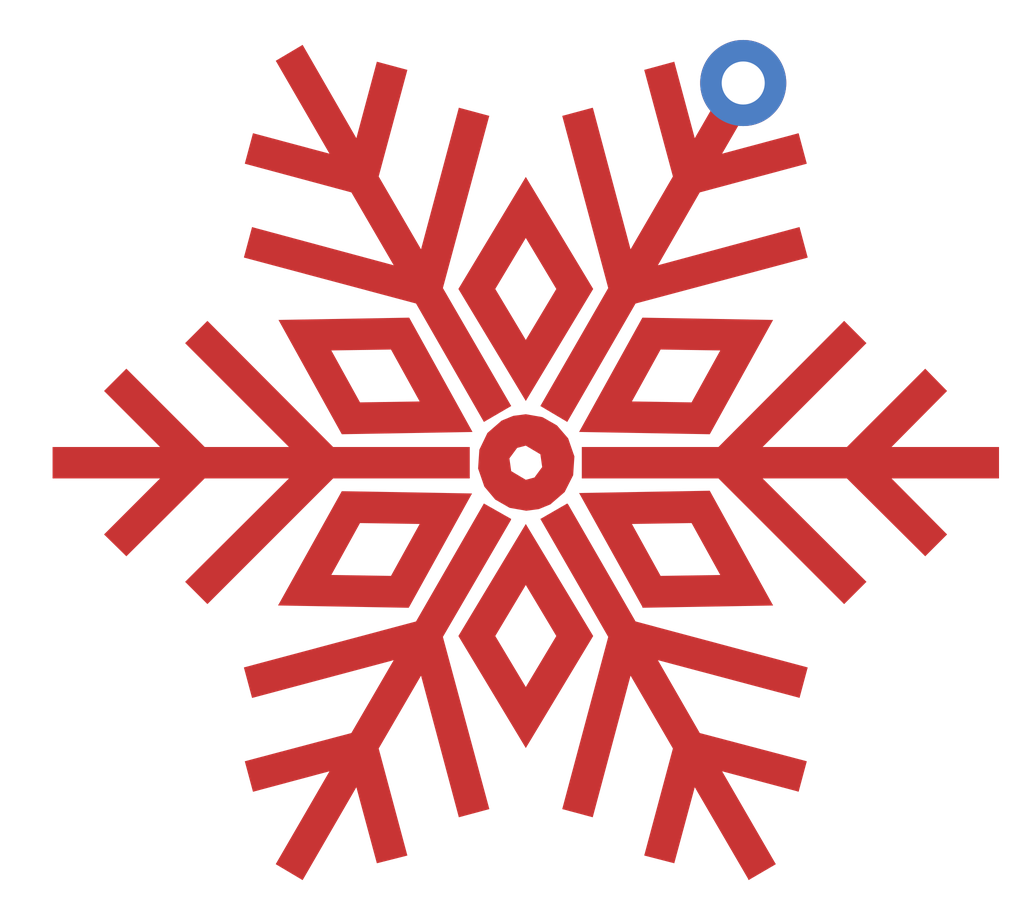
<source format=kicad_pcb>
(kicad_pcb (version 20211014) (generator pcbnew)
  (layers (0 "F.Cu" signal) (31 "B.Cu" signal) (34 "B.Paste" user) (35 "F.Paste" user) (36 "B.SilkS" user "B.Silkscreen") (37 "F.SilkS" user "F.Silkscreen") (38 "B.Mask" user) (39 "F.Mask" user) (44 "Edge.Cuts" user))
  (net 0 "")
  (footprint "Custom:snowflake2024" (layer "F.Cu") (at 19.558 21.336)
    (fp_text reference "svg2mod" hide)
    (fp_text value "G***" hide)
    (fp_poly (pts (xy 44.053125 27.543125) (xy 48.947917 27.543125) (xy 53.49875 32.0675) (xy 54.76875 30.7975) (xy 51.540833 27.543125) (xy 57.785 27.543125) (xy 57.785 25.7175) (xy 51.540833 25.7175) (xy 54.76875 22.463125) (xy 53.49875 21.166667) (xy 48.947917 25.7175) (xy 44.053125 25.7175) (xy 50.085625 19.685) (xy 48.789167 18.388542) (xy 41.486667 25.7175) (xy 33.549167 25.7175) (xy 33.549167 27.543125) (xy 41.486667 27.543125) (xy 48.789167 34.845625) (xy 50.085625 33.549167) (xy 44.053125 27.543125)) (layer "F.Cu") (width 0) (fill solid))
    (fp_poly (pts (xy 37.068125 35.057292) (xy 38.126458 35.038854) (xy 38.126458 33.205208) (xy 36.459583 30.188958) (xy 39.925625 30.136042) (xy 41.5925 33.152292) (xy 38.126458 33.205208) (xy 38.126458 35.038854) (xy 44.661667 34.925) (xy 41.010417 28.310417) (xy 40.983958 28.2575) (xy 33.390417 28.389792) (xy 37.068125 35.004375) (xy 37.068125 35.057292)) (layer "F.Cu") (width 0) (fill solid))
    (fp_poly (pts (xy 30.294792 30.188958) (xy 26.378958 36.697708) (xy 30.294792 43.206458) (xy 30.294792 39.661042) (xy 28.522083 36.697708) (xy 30.294792 33.734375) (xy 32.0675 36.697708) (xy 30.294792 39.661042) (xy 30.294792 43.206458) (xy 34.210625 36.697708) (xy 30.294792 30.188958)) (layer "F.Cu") (width 0) (fill solid))
    (fp_poly (pts (xy 36.380208 38.999583) (xy 38.840833 43.232917) (xy 37.173958 49.450625) (xy 38.920208 49.900417) (xy 40.110833 45.481875) (xy 43.206458 50.8) (xy 43.232917 50.879375) (xy 44.820417 49.953333) (xy 41.698333 44.555833) (xy 46.063958 45.72) (xy 46.143333 45.746458) (xy 46.619583 43.97375) (xy 40.401875 42.333333) (xy 37.967708 38.1) (xy 46.116875 40.269583) (xy 46.19625 40.296042) (xy 46.6725 38.523333) (xy 36.67125 35.851042) (xy 32.755417 29.05125) (xy 32.7025 28.998333) (xy 31.141458 29.897917) (xy 35.08375 36.750625) (xy 32.411458 46.751875) (xy 34.184167 47.228125) (xy 36.380208 38.999583)) (layer "F.Cu") (width 0) (fill solid))
    (fp_poly (pts (xy 30.294792 23.8125) (xy 29.56388 23.908411) (xy 28.8925 24.182917) (xy 28.065677 24.900599) (xy 27.596042 25.87625) (xy 27.523281 26.967656) (xy 27.887083 28.019375) (xy 28.518164 28.770988) (xy 29.355031 29.252137) (xy 30.294792 29.417024) (xy 30.294792 27.6225) (xy 29.448125 27.119792) (xy 29.342292 26.378958) (xy 29.792083 25.770417) (xy 30.294792 25.638125) (xy 31.141458 26.140833) (xy 31.247292 26.881667) (xy 30.7975 27.490208) (xy 30.294792 27.6225) (xy 30.294792 29.417024) (xy 30.32125 29.421667) (xy 31.052161 29.325755) (xy 31.723542 29.05125) (xy 32.553672 28.333568) (xy 33.046458 27.357917) (xy 33.119219 26.26651) (xy 32.755417 25.214792) (xy 32.105718 24.463179) (xy 31.261991 23.982029) (xy 30.294792 23.8125)) (layer "F.Cu") (width 0) (fill solid))
    (fp_poly (pts (xy 19.605625 28.283958) (xy 15.901458 34.925) (xy 22.463125 35.040117) (xy 22.463125 33.205208) (xy 18.997083 33.152292) (xy 20.663958 30.136042) (xy 24.13 30.188958) (xy 22.463125 33.205208) (xy 22.463125 35.040117) (xy 23.442083 35.057292) (xy 23.495 35.057292) (xy 27.172708 28.41625) (xy 19.632083 28.283958) (xy 19.605625 28.283958)) (layer "F.Cu") (width 0) (fill solid))
    (fp_poly (pts (xy 7.090833 32.0675) (xy 11.641667 27.543125) (xy 16.536458 27.543125) (xy 10.503958 33.549167) (xy 11.800417 34.845625) (xy 19.102917 27.543125) (xy 27.040417 27.543125) (xy 27.040417 25.7175) (xy 19.102917 25.7175) (xy 11.800417 18.388542) (xy 10.503958 19.685) (xy 16.536458 25.7175) (xy 11.641667 25.7175) (xy 7.090833 21.166667) (xy 5.794375 22.463125) (xy 9.04875 25.7175) (xy 2.804583 25.7175) (xy 2.804583 27.543125) (xy 9.04875 27.543125) (xy 5.794375 30.7975) (xy 7.090833 32.0675)) (layer "F.Cu") (width 0) (fill solid))
    (fp_poly (pts (xy 40.983958 24.976667) (xy 44.661667 18.335625) (xy 37.068125 18.203333) (xy 33.390417 24.844375) (xy 39.925625 24.958229) (xy 39.925625 23.124583) (xy 36.459583 23.071667) (xy 38.126458 20.055417) (xy 41.5925 20.108333) (xy 39.925625 23.124583) (xy 39.925625 24.958229) (xy 40.983958 24.976667)) (layer "F.Cu") (width 0) (fill solid))
    (fp_poly (pts (xy 30.294792 23.045208) (xy 30.294792 19.499792) (xy 28.522083 16.536458) (xy 30.294792 13.573125) (xy 32.0675 16.536458) (xy 30.294792 19.499792) (xy 30.294792 23.045208) (xy 34.210625 16.536458) (xy 30.294792 10.027708) (xy 26.378958 16.536458) (xy 30.294792 23.045208)) (layer "F.Cu") (width 0) (fill solid))
    (fp_poly (pts (xy 15.769167 49.953333) (xy 17.330208 50.879375) (xy 20.452292 45.481875) (xy 21.642917 49.900417) (xy 23.415625 49.450625) (xy 21.74875 43.232917) (xy 24.209375 38.999583) (xy 26.405417 47.228125) (xy 28.178125 46.751875) (xy 25.479375 36.750625) (xy 29.421667 29.977292) (xy 29.448125 29.897917) (xy 27.860625 28.998333) (xy 23.918333 35.851042) (xy 13.917083 38.523333) (xy 14.393333 40.296042) (xy 22.621875 38.1) (xy 20.16125 42.333333) (xy 13.97 43.97375) (xy 14.44625 45.746458) (xy 18.89125 44.555833) (xy 15.795625 49.900417) (xy 15.769167 49.953333)) (layer "F.Cu") (width 0) (fill solid))
    (fp_poly (pts (xy 23.415625 3.81) (xy 21.642917 3.33375) (xy 20.452292 7.77875) (xy 17.330208 2.354792) (xy 15.769167 3.280833) (xy 18.89125 8.678333) (xy 14.44625 7.487708) (xy 13.97 9.260417) (xy 20.16125 10.927292) (xy 22.621875 15.160625) (xy 14.472708 12.964583) (xy 14.393333 12.938125) (xy 13.917083 14.710833) (xy 23.918333 17.383125) (xy 27.860625 24.262292) (xy 29.448125 23.33625) (xy 25.479375 16.483542) (xy 28.151667 6.561667) (xy 28.178125 6.482292) (xy 26.405417 6.006042) (xy 24.209375 14.234583) (xy 21.74875 10.00125) (xy 23.415625 3.81)) (layer "F.Cu") (width 0) (fill solid))
    (fp_poly (pts (xy 43.232917 2.354792) (xy 40.110833 7.77875) (xy 38.920208 3.33375) (xy 37.173958 3.81) (xy 38.840833 10.00125) (xy 36.380208 14.234583) (xy 34.210625 6.085417) (xy 34.184167 6.006042) (xy 32.411458 6.482292) (xy 35.08375 16.483542) (xy 31.141458 23.33625) (xy 32.7025 24.262292) (xy 36.67125 17.383125) (xy 46.593125 14.737292) (xy 46.6725 14.710833) (xy 46.19625 12.938125) (xy 37.967708 15.160625) (xy 40.401875 10.927292) (xy 46.619583 9.260417) (xy 46.143333 7.487708) (xy 41.698333 8.678333) (xy 44.820417 3.280833) (xy 43.232917 2.354792)) (layer "F.Cu") (width 0) (fill solid))
    (fp_poly (pts (xy 19.605625 24.976667) (xy 20.663958 24.958229) (xy 20.663958 23.124583) (xy 18.997083 20.108333) (xy 22.463125 20.055417) (xy 24.13 23.071667) (xy 20.663958 23.124583) (xy 20.663958 24.958229) (xy 27.199167 24.844375) (xy 23.521458 18.203333) (xy 15.927917 18.335625) (xy 19.605625 24.976667)) (layer "F.Cu") (width 0) (fill solid))
    (fp_poly (pts (xy 59.21375 27.834167) (xy 48.630417 37.200417) (xy 45.799375 51.064583) (xy 44.741042 51.683047) (xy 43.682708 52.281667) (xy 30.268333 47.810208) (xy 16.853958 52.281667) (xy 15.795625 51.663203) (xy 14.737292 51.064583) (xy 11.90625 37.226875) (xy 1.322917 27.860625) (xy 1.322917 26.643542) (xy 1.322917 25.426458) (xy 11.90625 16.060208) (xy 14.76375 2.196042) (xy 15.822083 1.577578) (xy 16.880417 0.978958) (xy 30.294792 5.450417) (xy 43.709167 0.978958) (xy 44.7675 1.597422) (xy 45.825833 2.196042) (xy 48.656875 16.03375) (xy 59.240208 25.4) (xy 59.217057 26.617083) (xy 59.21375 27.834167)) (layer "Edge.Cuts") (width 0.00001) (fill none))
  )
  (footprint "MountingHole:MountingHole_2.5mm_Pad" (layer "F.Cu") (at 62.484 25.908)
    (fp_text reference "REF**" hide)
    (fp_text value "MountingHole_2.5mm_Pad")
    (pad "1" thru_hole circle (at 0 0) (size 5 5) (drill 2.5) (layers *.Cu *.Mask))
  )
)
</source>
